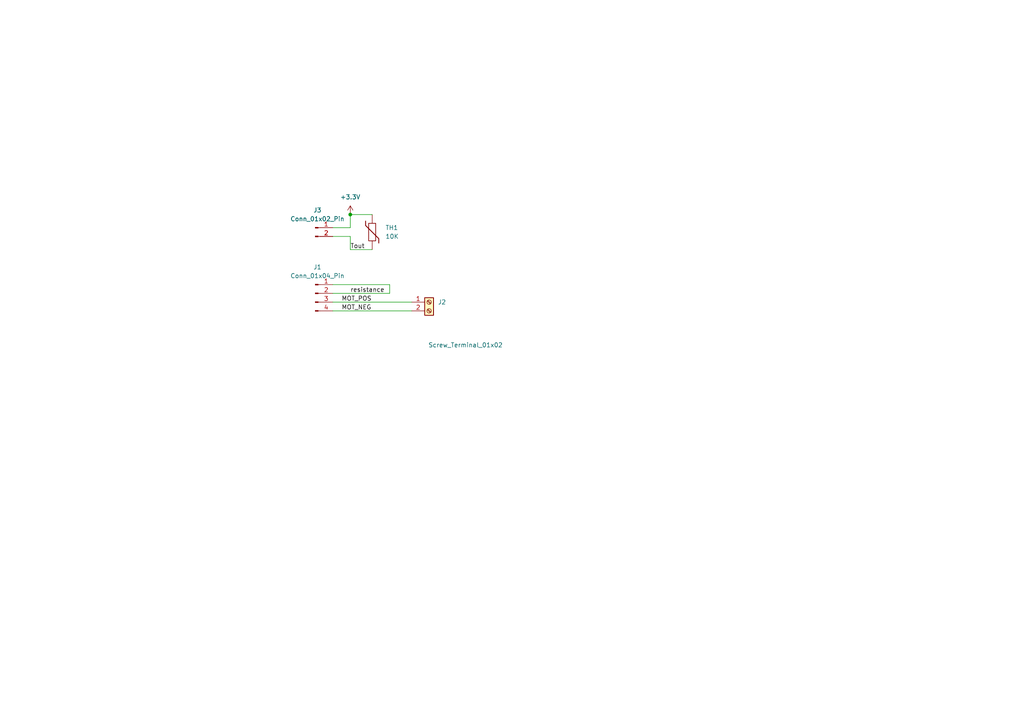
<source format=kicad_sch>
(kicad_sch (version 20231120) (generator "eeschema") (generator_version "8.0")
  (paper "A4")
  (lib_symbols
    (symbol "Connector:Conn_01x02_Pin" (pin_names (offset 1.016) hide)
      (property "Reference" "J" (at 0 2.54 0))
      (property "Value" "Conn_01x02_Pin" (at 0 -5.08 0))
      (symbol "Conn_01x02_Pin_1_1"
        (polyline (pts (xy 1.27 -2.54) (xy 0.8636 -2.54)) (stroke (width 0.1524)))
        (polyline (pts (xy 1.27 0) (xy 0.8636 0)) (stroke (width 0.1524)))
        (rectangle (start 0.8636 -2.413) (end 0 -2.667) (stroke (width 0.1524)) (fill (type outline)))
        (rectangle (start 0.8636 0.127) (end 0 -0.127) (stroke (width 0.1524)) (fill (type outline)))
        (pin passive line (at 5.08 0 180) (length 3.81) (name "Pin_1") (number "1"))
        (pin passive line (at 5.08 -2.54 180) (length 3.81) (name "Pin_2") (number "2"))
      )
    )
    (symbol "Connector:Conn_01x04_Pin" (pin_names (offset 1.016) hide)
      (property "Reference" "J" (at 0 5.08 0))
      (property "Value" "Conn_01x04_Pin" (at 0 -7.62 0))
      (symbol "Conn_01x04_Pin_1_1"
        (polyline (pts (xy 1.27 -5.08) (xy 0.8636 -5.08)) (stroke (width 0.1524)))
        (polyline (pts (xy 1.27 -2.54) (xy 0.8636 -2.54)) (stroke (width 0.1524)))
        (polyline (pts (xy 1.27 0) (xy 0.8636 0)) (stroke (width 0.1524)))
        (polyline (pts (xy 1.27 2.54) (xy 0.8636 2.54)) (stroke (width 0.1524)))
        (rectangle (start 0.8636 -4.953) (end 0 -5.207) (stroke (width 0.1524)) (fill (type outline)))
        (rectangle (start 0.8636 -2.413) (end 0 -2.667) (stroke (width 0.1524)) (fill (type outline)))
        (rectangle (start 0.8636 0.127) (end 0 -0.127) (stroke (width 0.1524)) (fill (type outline)))
        (rectangle (start 0.8636 2.667) (end 0 2.413) (stroke (width 0.1524)) (fill (type outline)))
        (pin passive line (at 5.08 2.54 180) (length 3.81) (name "Pin_1") (number "1"))
        (pin passive line (at 5.08 0 180) (length 3.81) (name "Pin_2") (number "2"))
        (pin passive line (at 5.08 -2.54 180) (length 3.81) (name "Pin_3") (number "3"))
        (pin passive line (at 5.08 -5.08 180) (length 3.81) (name "Pin_4") (number "4"))
      )
    )
    (symbol "Connector:Screw_Terminal_01x02" (pin_names (offset 1.016) hide)
      (property "Reference" "J" (at 0 2.54 0))
      (property "Value" "Screw_Terminal_01x02" (at 0 -5.08 0))
      (symbol "Screw_Terminal_01x02_1_1"
        (rectangle (start -1.27 1.27) (end 1.27 -3.81) (stroke (width 0.254)) (fill (type background)))
        (circle (center 0 -2.54) (radius 0.635) (stroke (width 0.1524)))
        (polyline (pts (xy -0.5334 -2.2098) (xy 0.3302 -3.048)) (stroke (width 0.1524)))
        (polyline (pts (xy -0.5334 0.3302) (xy 0.3302 -0.508)) (stroke (width 0.1524)))
        (polyline (pts (xy -0.3556 -2.032) (xy 0.508 -2.8702)) (stroke (width 0.1524)))
        (polyline (pts (xy -0.3556 0.508) (xy 0.508 -0.3302)) (stroke (width 0.1524)))
        (circle (center 0 0) (radius 0.635) (stroke (width 0.1524)))
        (pin passive line (at -5.08 0 0) (length 3.81) (name "Pin_1") (number "1"))
        (pin passive line (at -5.08 -2.54 0) (length 3.81) (name "Pin_2") (number "2"))
      )
    )
    (symbol "Device:Thermistor" (pin_numbers hide) (pin_names (offset 0))
      (property "Reference" "TH" (at 2.54 1.27 90))
      (property "Value" "Thermistor" (at -2.54 0 90))
      (symbol "Thermistor_0_1"
        (rectangle (start -1.016 2.54) (end 1.016 -2.54) (stroke (width 0.2032)))
        (polyline (pts (xy -1.905 3.175) (xy -1.905 1.905) (xy 1.905 -1.905) (xy 1.905 -3.175) (xy 1.905 -3.175)) (stroke (width 0.254)))
      )
      (symbol "Thermistor_1_1"
        (pin passive line (at 0 5.08 270) (length 2.54) (name "~") (number "1"))
        (pin passive line (at 0 -5.08 90) (length 2.54) (name "~") (number "2"))
      )
    )
    (symbol "power:+3.3V" (power) (pin_numbers hide) (pin_names (offset 0) hide)
      (property "Value" "+3.3V" (at 0 3.556 0))
      (symbol "+3.3V_0_1"
        (polyline (pts (xy -0.762 1.27) (xy 0 2.54)))
        (polyline (pts (xy 0 0) (xy 0 2.54)))
        (polyline (pts (xy 0 2.54) (xy 0.762 1.27)))
      )
      (symbol "+3.3V_1_1"
        (pin power_in line (at 0 0 90) (length 0) (name "~") (number "1"))
      )
    )
  )
  (junction (at 101.6 62.23))
  (wire (pts (xy 96.52 82.55) (xy 113.03 82.55)))
  (wire (pts (xy 96.52 85.09) (xy 113.03 85.09)))
  (wire (pts (xy 101.6 68.58) (xy 101.6 72.39)))
  (wire (pts (xy 113.03 82.55) (xy 113.03 85.09)))
  (wire (pts (xy 101.6 72.39) (xy 107.95 72.39)))
  (wire (pts (xy 96.52 87.63) (xy 119.38 87.63)))
  (wire (pts (xy 96.52 68.58) (xy 101.6 68.58)))
  (wire (pts (xy 101.6 62.23) (xy 101.6 66.04)))
  (wire (pts (xy 107.95 62.23) (xy 101.6 62.23)))
  (wire (pts (xy 96.52 90.17) (xy 119.38 90.17)))
  (wire (pts (xy 101.6 66.04) (xy 96.52 66.04)))
  (label "Tout" (at 101.6 72.39 0))
  (label "MOT_POS" (at 99.06 87.63 0))
  (label "resistance" (at 101.6 85.09 0))
  (label "MOT_NEG" (at 99.06 90.17 0))
  (symbol (lib_id "Connector:Screw_Terminal_01x02") (at 124.46 87.63 0) (unit 1)
    (property "Reference" "J2" (at 127 87.6299 0) (effects (justify left)))
    (property "Value" "Screw_Terminal_01x02" (at 124.206 100.076 0) (effects (justify left)))
    (property "Footprint" "TerminalBlock_Phoenix:TerminalBlock_Phoenix_PT-1,5-2-5.0-H_1x02_P5.00mm_Horizontal" (effects (hide yes)))
    (property "Description" "Generic screw terminal, single row, 01x02, script generated (kicad-library-utils/schlib/autogen/connector/)" (effects (hide yes)))
  )
  (symbol (lib_id "Connector:Conn_01x02_Pin") (at 91.44 66.04 0) (unit 1)
    (property "Reference" "J3" (at 92.075 60.96 0))
    (property "Value" "Conn_01x02_Pin" (at 92.075 63.5 0))
    (property "Footprint" "Connector_PinHeader_2.54mm:PinHeader_1x02_P2.54mm_Vertical" (effects (hide yes)))
    (property "Description" "Generic connector, single row, 01x02, script generated" (effects (hide yes)))
  )
  (symbol (lib_id "Device:Thermistor") (at 107.95 67.31 0) (unit 1)
    (property "Reference" "TH1" (at 111.76 66.0399 0) (effects (justify left)))
    (property "Value" "10K" (at 111.76 68.5799 0) (effects (justify left)))
    (property "Footprint" "Resistor_THT:R_Axial_DIN0204_L3.6mm_D1.6mm_P1.90mm_Vertical" (effects (hide yes)))
    (property "Description" "103JT-025" (effects (hide yes)))
  )
  (symbol (lib_id "power:+3.3V") (at 101.6 62.23 0) (unit 1)
    (property "Reference" "#PWR01" (effects (hide yes)))
    (property "Value" "+3.3V" (at 101.6 57.15 0))
    (property "Description" "Power symbol creates a global label with name \"+3.3V\"" (effects (hide yes)))
  )
  (symbol (lib_id "Connector:Conn_01x04_Pin") (at 91.44 85.09 0) (unit 1)
    (property "Reference" "J1" (at 92.075 77.47 0))
    (property "Value" "Conn_01x04_Pin" (at 92.075 80.01 0))
    (property "Footprint" "Connector_PinHeader_2.54mm:PinHeader_1x04_P2.54mm_Vertical" (effects (hide yes)))
    (property "Description" "Generic connector, single row, 01x04, script generated" (effects (hide yes)))
  )
)
</source>
